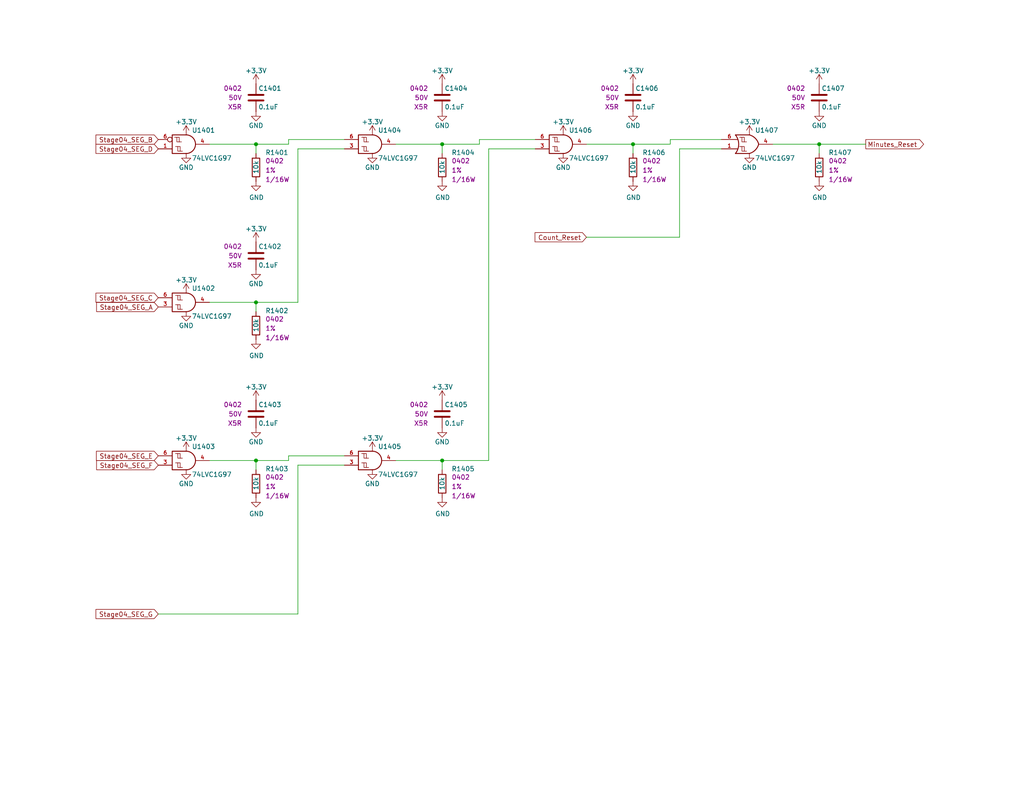
<source format=kicad_sch>
(kicad_sch (version 20231120) (generator "eeschema") (generator_version "8.0")
  (paper "A")
  (title_block (title "Stopwatch") (date "2024-04-28") (rev "B") (company "Drew Maatman"))
  (lib_symbols
    (symbol "Custom Library:74LVC1G97_Power_AND" (pin_names (offset 1.016) hide)
      (property "Reference" "U" (at 1.524 3.81 0))
      (property "Value" "74LVC1G97_Power_AND" (at 1.524 -3.81 0))
      (symbol "74LVC1G97_Power_AND_1_1"
        (arc (start 0 -2.54) (mid 2.529 0) (end 0 2.54) (stroke (width 0.254)))
        (polyline (pts (xy -2.286 -0.635) (xy -1.651 -0.635) (xy -1.651 -1.905)))
        (polyline (pts (xy -2.286 1.905) (xy -1.651 1.905) (xy -1.651 0.635)))
        (polyline (pts (xy -2.921 -0.635) (xy -2.286 -0.635) (xy -2.286 -1.905) (xy -1.016 -1.905)))
        (polyline (pts (xy -2.921 1.905) (xy -2.286 1.905) (xy -2.286 0.635) (xy -1.016 0.635)))
        (polyline (pts (xy 0 -2.54) (xy -3.81 -2.54) (xy -3.81 2.54) (xy 0 2.54)) (stroke (width 0.254)))
        (pin power_in line (at 0 -2.54 270) (length 0) (name "GND") (number "1"))
        (pin power_in line (at 0 -2.54 270) (length 0) (name "GND") (number "2"))
        (pin input line (at -7.62 -1.27 0) (length 3.81) (name "~") (number "3"))
        (pin output line (at 6.35 0 180) (length 3.81) (name "~") (number "4"))
        (pin power_in line (at 0 2.54 90) (length 0) (name "VCC") (number "5"))
        (pin input line (at -7.62 1.27 0) (length 3.81) (name "~") (number "6"))
      )
    )
    (symbol "Custom Library:74LVC1G97_Power_AND_INV" (pin_names (offset 1.016) hide)
      (property "Reference" "U" (at 1.524 3.81 0))
      (property "Value" "74LVC1G97_Power_AND_INV" (at 1.524 -3.81 0))
      (symbol "74LVC1G97_Power_AND_INV_1_1"
        (arc (start 0 -2.54) (mid 2.529 0) (end 0 2.54) (stroke (width 0.254)))
        (polyline (pts (xy -2.54 1.905) (xy -1.905 1.905) (xy -1.905 0.635)))
        (polyline (pts (xy -2.286 -0.635) (xy -1.651 -0.635) (xy -1.651 -1.905)))
        (polyline (pts (xy -3.175 1.905) (xy -2.54 1.905) (xy -2.54 0.635) (xy -1.27 0.635)))
        (polyline (pts (xy -2.921 -0.635) (xy -2.286 -0.635) (xy -2.286 -1.905) (xy -1.016 -1.905)))
        (polyline (pts (xy 0 -2.54) (xy -3.81 -2.54) (xy -3.81 2.54) (xy 0 2.54)) (stroke (width 0.254)))
        (pin input line (at -7.62 -1.27 0) (length 3.81) (name "~") (number "1"))
        (pin power_in line (at 0 -2.54 270) (length 0) (name "GND") (number "2"))
        (pin power_in line (at 0 -2.54 270) (length 0) (name "GND") (number "3"))
        (pin output line (at 6.35 0 180) (length 3.81) (name "~") (number "4"))
        (pin power_in line (at 0 2.54 90) (length 0) (name "VCC") (number "5"))
        (pin input inverted (at -7.62 1.27 0) (length 3.81) (name "~") (number "6"))
      )
    )
    (symbol "Custom Library:74LVC1G97_Power_OR" (pin_names (offset 1.016) hide)
      (property "Reference" "U" (at 1.524 3.81 0))
      (property "Value" "74LVC1G97_Power_OR" (at 1.524 -3.81 0))
      (symbol "74LVC1G97_Power_OR_1_1"
        (arc (start -3.81 -2.54) (mid -2.919 0) (end -3.81 2.54) (stroke (width 0.254)))
        (arc (start 0 -2.54) (mid 1.5993 -1.6027) (end 2.54 0) (stroke (width 0.254)))
        (polyline (pts (xy 0 -2.54) (xy -3.81 -2.54)) (stroke (width 0.254)) (fill (type background)))
        (polyline (pts (xy 0 2.54) (xy -3.81 2.54)) (stroke (width 0.254)) (fill (type background)))
        (polyline (pts (xy -2.032 -0.635) (xy -1.397 -0.635) (xy -1.397 -1.905)))
        (polyline (pts (xy -2.032 1.905) (xy -1.397 1.905) (xy -1.397 0.635)))
        (polyline (pts (xy -2.667 -0.635) (xy -2.032 -0.635) (xy -2.032 -1.905) (xy -0.762 -1.905)))
        (polyline (pts (xy -2.667 1.905) (xy -2.032 1.905) (xy -2.032 0.635) (xy -0.762 0.635)))
        (arc (start 2.54 0) (mid 1.6119 1.6152) (end 0 2.54) (stroke (width 0.254)))
        (pin input line (at -7.62 -1.27 0) (length 4.318) (name "~") (number "1"))
        (pin power_in line (at 0 -2.54 270) (length 0) (name "GND") (number "2"))
        (pin power_in line (at 0 2.54 90) (length 0) (name "VCC") (number "3"))
        (pin output line (at 6.35 0 180) (length 3.81) (name "~") (number "4"))
        (pin power_in line (at 0 2.54 90) (length 0) (name "VCC") (number "5"))
        (pin input line (at -7.62 1.27 0) (length 4.318) (name "~") (number "6"))
      )
    )
    (symbol "Custom_Library:C_Custom" (pin_numbers hide) (pin_names (offset 0.254))
      (property "Reference" "C" (at 0.635 2.54 0))
      (property "Value" "C_Custom" (at 0.635 -2.54 0))
      (property "display_footprint" "Foot" (at -3.81 2.54 0))
      (property "Voltage" "V" (at -3.81 0 0))
      (property "Dielectric" "Er" (at -3.81 -2.54 0))
      (symbol "C_Custom_0_1"
        (polyline (pts (xy -2.032 -0.762) (xy 2.032 -0.762)) (stroke (width 0.508)))
        (polyline (pts (xy -2.032 0.762) (xy 2.032 0.762)) (stroke (width 0.508)))
      )
      (symbol "C_Custom_1_1"
        (pin passive line (at 0 3.81 270) (length 2.794) (name "~") (number "1"))
        (pin passive line (at 0 -3.81 90) (length 2.794) (name "~") (number "2"))
      )
    )
    (symbol "Custom_Library:R_Custom" (pin_numbers hide) (pin_names (offset 1.016) hide)
      (property "Reference" "R" (at -2.54 0 90))
      (property "Value" "R_Custom" (at 0 0 90))
      (property "display_footprint" "Foot" (at 2.54 0 90))
      (property "Tolerance" "Tol" (at 5.08 0 90))
      (property "Wattage" "W" (at 7.62 0 90))
      (symbol "R_Custom_0_1"
        (rectangle (start 1.016 2.54) (end -1.016 -2.54) (stroke (width 0.254)))
      )
      (symbol "R_Custom_1_1"
        (pin passive line (at 0 3.81 270) (length 1.27) (name "1") (number "1"))
        (pin passive line (at 0 -3.81 90) (length 1.27) (name "2") (number "2"))
      )
    )
    (symbol "power:+3.3V" (power) (pin_names (offset 0))
      (property "Value" "+3.3V" (at 0 3.556 0))
      (symbol "+3.3V_0_1"
        (polyline (pts (xy -0.762 1.27) (xy 0 2.54)))
        (polyline (pts (xy 0 0) (xy 0 2.54)))
        (polyline (pts (xy 0 2.54) (xy 0.762 1.27)))
      )
      (symbol "+3.3V_1_1"
        (pin power_in line (at 0 0 90) (length 0) hide (name "+3.3V") (number "1"))
      )
    )
    (symbol "power:GND" (power) (pin_names (offset 0))
      (property "Value" "GND" (at 0 -3.81 0))
      (symbol "GND_0_1"
        (polyline (pts (xy 0 0) (xy 0 -1.27) (xy 1.27 -1.27) (xy 0 -2.54) (xy -1.27 -1.27) (xy 0 -1.27)))
      )
      (symbol "GND_1_1"
        (pin power_in line (at 0 0 270) (length 0) hide (name "GND") (number "1"))
      )
    )
  )
  (junction (at 69.85 39.37))
  (junction (at 120.65 39.37))
  (junction (at 69.85 125.73))
  (junction (at 223.52 39.37))
  (junction (at 120.65 125.73))
  (junction (at 69.85 82.55))
  (junction (at 172.72 39.37))
  (wire (pts (xy 160.02 64.77) (xy 185.42 64.77)))
  (wire (pts (xy 182.88 38.1) (xy 182.88 39.37)))
  (wire (pts (xy 182.88 39.37) (xy 172.72 39.37)))
  (wire (pts (xy 133.35 40.64) (xy 133.35 125.73)))
  (wire (pts (xy 78.74 125.73) (xy 69.85 125.73)))
  (wire (pts (xy 57.15 39.37) (xy 69.85 39.37)))
  (wire (pts (xy 120.65 39.37) (xy 120.65 41.91)))
  (wire (pts (xy 133.35 125.73) (xy 120.65 125.73)))
  (wire (pts (xy 130.81 39.37) (xy 130.81 38.1)))
  (wire (pts (xy 223.52 39.37) (xy 223.52 41.91)))
  (wire (pts (xy 120.65 125.73) (xy 120.65 128.27)))
  (wire (pts (xy 57.15 125.73) (xy 69.85 125.73)))
  (wire (pts (xy 160.02 39.37) (xy 172.72 39.37)))
  (wire (pts (xy 81.28 40.64) (xy 81.28 82.55)))
  (wire (pts (xy 93.98 124.46) (xy 78.74 124.46)))
  (wire (pts (xy 43.18 167.64) (xy 81.28 167.64)))
  (wire (pts (xy 107.95 125.73) (xy 120.65 125.73)))
  (wire (pts (xy 185.42 40.64) (xy 196.85 40.64)))
  (wire (pts (xy 93.98 40.64) (xy 81.28 40.64)))
  (wire (pts (xy 78.74 39.37) (xy 78.74 38.1)))
  (wire (pts (xy 78.74 124.46) (xy 78.74 125.73)))
  (wire (pts (xy 69.85 39.37) (xy 69.85 41.91)))
  (wire (pts (xy 182.88 38.1) (xy 196.85 38.1)))
  (wire (pts (xy 210.82 39.37) (xy 223.52 39.37)))
  (wire (pts (xy 223.52 39.37) (xy 236.22 39.37)))
  (wire (pts (xy 57.15 82.55) (xy 69.85 82.55)))
  (wire (pts (xy 69.85 82.55) (xy 69.85 85.09)))
  (wire (pts (xy 146.05 40.64) (xy 133.35 40.64)))
  (wire (pts (xy 185.42 64.77) (xy 185.42 40.64)))
  (wire (pts (xy 69.85 39.37) (xy 78.74 39.37)))
  (wire (pts (xy 172.72 39.37) (xy 172.72 41.91)))
  (wire (pts (xy 130.81 38.1) (xy 146.05 38.1)))
  (wire (pts (xy 69.85 125.73) (xy 69.85 128.27)))
  (wire (pts (xy 120.65 39.37) (xy 130.81 39.37)))
  (wire (pts (xy 81.28 167.64) (xy 81.28 127)))
  (wire (pts (xy 81.28 82.55) (xy 69.85 82.55)))
  (wire (pts (xy 78.74 38.1) (xy 93.98 38.1)))
  (wire (pts (xy 107.95 39.37) (xy 120.65 39.37)))
  (wire (pts (xy 81.28 127) (xy 93.98 127)))
  (global_label "Minutes_Reset" (shape output) (at 236.22 39.37 0) (property "Intersheetrefs" "${INTERSHEET_REFS}" (effects (hide yes))))
  (global_label "Count_Reset" (shape input) (at 160.02 64.77 180) (property "Intersheetrefs" "${INTERSHEET_REFS}" (effects (hide yes))))
  (global_label "Stage04_SEG_B" (shape input) (at 43.18 38.1 180) (property "Intersheetrefs" "${INTERSHEET_REFS}" (effects (hide yes))))
  (global_label "Stage04_SEG_E" (shape input) (at 43.18 124.46 180) (property "Intersheetrefs" "${INTERSHEET_REFS}" (effects (hide yes))))
  (global_label "Stage04_SEG_C" (shape input) (at 43.18 81.28 180) (property "Intersheetrefs" "${INTERSHEET_REFS}" (effects (hide yes))))
  (global_label "Stage04_SEG_A" (shape input) (at 43.18 83.82 180) (property "Intersheetrefs" "${INTERSHEET_REFS}" (effects (hide yes))))
  (global_label "Stage04_SEG_F" (shape input) (at 43.18 127 180) (property "Intersheetrefs" "${INTERSHEET_REFS}" (effects (hide yes))))
  (global_label "Stage04_SEG_D" (shape input) (at 43.18 40.64 180) (property "Intersheetrefs" "${INTERSHEET_REFS}" (effects (hide yes))))
  (global_label "Stage04_SEG_G" (shape input) (at 43.18 167.64 180) (property "Intersheetrefs" "${INTERSHEET_REFS}" (effects (hide yes))))
  (symbol (lib_id "power:GND") (at 69.85 135.89 0) (unit 1)
    (property "Reference" "#PWR01415" (effects (hide yes)))
    (property "Value" "GND" (at 69.977 140.2842 0))
  )
  (symbol (lib_id "Custom_Library:R_Custom") (at 69.85 88.9 0) (unit 1)
    (property "Reference" "R1402" (at 72.39 84.836 0) (effects (justify left)))
    (property "Value" "10k" (at 69.85 90.678 90) (effects (justify left)))
    (property "Footprint" "Resistors_SMD:R_0402" (effects (hide yes)))
    (property "display_footprint" "0402" (at 72.39 87.122 0) (effects (justify left)))
    (property "Tolerance" "1%" (at 72.39 89.662 0) (effects (justify left)))
    (property "Wattage" "1/16W" (at 72.39 92.202 0) (effects (justify left)))
    (property "Digi-Key PN" "RMCF0402FT10K0CT-ND" (effects (hide yes)))
  )
  (symbol (lib_id "Custom Library:74LVC1G97_Power_OR") (at 204.47 39.37 0) (unit 1)
    (property "Reference" "U1407" (at 205.994 35.56 0) (effects (justify left)))
    (property "Value" "74LVC1G97" (at 205.994 43.18 0) (effects (justify left)))
    (property "Footprint" "Package_TO_SOT_SMD:SOT-363_SC-70-6" (effects (hide yes)))
    (property "Datasheet" "http://www.ti.com/lit/ds/symlink/sn74lvc1g97.pdf" (effects (hide yes)))
    (property "Digi-Key PN" "296-15582-1-ND" (effects (hide yes)))
  )
  (symbol (lib_id "Custom_Library:R_Custom") (at 223.52 45.72 0) (unit 1)
    (property "Reference" "R1407" (at 226.06 41.656 0) (effects (justify left)))
    (property "Value" "10k" (at 223.52 47.498 90) (effects (justify left)))
    (property "Footprint" "Resistors_SMD:R_0402" (effects (hide yes)))
    (property "display_footprint" "0402" (at 226.06 43.942 0) (effects (justify left)))
    (property "Tolerance" "1%" (at 226.06 46.482 0) (effects (justify left)))
    (property "Wattage" "1/16W" (at 226.06 49.022 0) (effects (justify left)))
    (property "Digi-Key PN" "RMCF0402FT10K0CT-ND" (effects (hide yes)))
  )
  (symbol (lib_id "Custom_Library:C_Custom") (at 69.85 69.85 0) (unit 1)
    (property "Reference" "C1402" (at 70.485 67.31 0) (effects (justify left)))
    (property "Value" "0.1uF" (at 70.485 72.39 0) (effects (justify left)))
    (property "Footprint" "Capacitors_SMD:C_0402" (effects (hide yes)))
    (property "display_footprint" "0402" (at 66.04 67.31 0) (effects (justify right)))
    (property "Voltage" "50V" (at 66.04 69.85 0) (effects (justify right)))
    (property "Dielectric" "X5R" (at 66.04 72.39 0) (effects (justify right)))
    (property "Digi-Key PN" "490-10697-1-ND" (effects (hide yes)))
  )
  (symbol (lib_id "power:GND") (at 172.72 49.53 0) (unit 1)
    (property "Reference" "#PWR01430" (effects (hide yes)))
    (property "Value" "GND" (at 172.847 53.9242 0))
  )
  (symbol (lib_id "power:+3.3V") (at 50.8 80.01 0) (unit 1)
    (property "Reference" "#PWR01403" (effects (hide yes)))
    (property "Value" "+3.3V" (at 50.8 76.454 0))
  )
  (symbol (lib_id "power:GND") (at 120.65 49.53 0) (unit 1)
    (property "Reference" "#PWR01422" (effects (hide yes)))
    (property "Value" "GND" (at 120.777 53.9242 0))
  )
  (symbol (lib_id "power:+3.3V") (at 120.65 109.22 0) (unit 1)
    (property "Reference" "#PWR01423" (effects (hide yes)))
    (property "Value" "+3.3V" (at 120.65 105.664 0))
  )
  (symbol (lib_id "power:+3.3V") (at 50.8 36.83 0) (unit 1)
    (property "Reference" "#PWR01401" (effects (hide yes)))
    (property "Value" "+3.3V" (at 50.8 33.274 0))
  )
  (symbol (lib_id "power:GND") (at 50.8 128.27 0) (unit 1)
    (property "Reference" "#PWR01406" (effects (hide yes)))
    (property "Value" "GND" (at 50.8 132.08 0))
  )
  (symbol (lib_id "Custom Library:74LVC1G97_Power_AND") (at 50.8 82.55 0) (unit 1)
    (property "Reference" "U1402" (at 52.324 78.74 0) (effects (justify left)))
    (property "Value" "74LVC1G97" (at 52.324 86.36 0) (effects (justify left)))
    (property "Footprint" "Package_TO_SOT_SMD:SOT-363_SC-70-6" (effects (hide yes)))
    (property "Datasheet" "http://www.ti.com/lit/ds/symlink/sn74lvc1g97.pdf" (effects (hide yes)))
    (property "Digi-Key PN" "296-15582-1-ND" (effects (hide yes)))
  )
  (symbol (lib_id "power:GND") (at 204.47 41.91 0) (unit 1)
    (property "Reference" "#PWR01432" (effects (hide yes)))
    (property "Value" "GND" (at 204.47 45.72 0))
  )
  (symbol (lib_id "power:+3.3V") (at 223.52 22.86 0) (unit 1)
    (property "Reference" "#PWR01433" (effects (hide yes)))
    (property "Value" "+3.3V" (at 223.52 19.304 0))
  )
  (symbol (lib_id "Custom_Library:C_Custom") (at 172.72 26.67 0) (unit 1)
    (property "Reference" "C1406" (at 173.355 24.13 0) (effects (justify left)))
    (property "Value" "0.1uF" (at 173.355 29.21 0) (effects (justify left)))
    (property "Footprint" "Capacitors_SMD:C_0402" (effects (hide yes)))
    (property "display_footprint" "0402" (at 168.91 24.13 0) (effects (justify right)))
    (property "Voltage" "50V" (at 168.91 26.67 0) (effects (justify right)))
    (property "Dielectric" "X5R" (at 168.91 29.21 0) (effects (justify right)))
    (property "Digi-Key PN" "490-10697-1-ND" (effects (hide yes)))
  )
  (symbol (lib_id "Custom Library:74LVC1G97_Power_AND") (at 101.6 125.73 0) (unit 1)
    (property "Reference" "U1405" (at 103.124 121.92 0) (effects (justify left)))
    (property "Value" "74LVC1G97" (at 103.124 129.54 0) (effects (justify left)))
    (property "Footprint" "Package_TO_SOT_SMD:SOT-363_SC-70-6" (effects (hide yes)))
    (property "Datasheet" "http://www.ti.com/lit/ds/symlink/sn74lvc1g97.pdf" (effects (hide yes)))
    (property "Digi-Key PN" "296-15582-1-ND" (effects (hide yes)))
  )
  (symbol (lib_id "Custom_Library:R_Custom") (at 69.85 45.72 0) (unit 1)
    (property "Reference" "R1401" (at 72.39 41.656 0) (effects (justify left)))
    (property "Value" "10k" (at 69.85 47.498 90) (effects (justify left)))
    (property "Footprint" "Resistors_SMD:R_0402" (effects (hide yes)))
    (property "display_footprint" "0402" (at 72.39 43.942 0) (effects (justify left)))
    (property "Tolerance" "1%" (at 72.39 46.482 0) (effects (justify left)))
    (property "Wattage" "1/16W" (at 72.39 49.022 0) (effects (justify left)))
    (property "Digi-Key PN" "RMCF0402FT10K0CT-ND" (effects (hide yes)))
  )
  (symbol (lib_id "Custom Library:74LVC1G97_Power_AND_INV") (at 50.8 39.37 0) (unit 1)
    (property "Reference" "U1401" (at 52.324 35.56 0) (effects (justify left)))
    (property "Value" "74LVC1G97" (at 52.324 43.18 0) (effects (justify left)))
    (property "Footprint" "Package_TO_SOT_SMD:SOT-363_SC-70-6" (effects (hide yes)))
    (property "Datasheet" "http://www.ti.com/lit/ds/symlink/sn74lvc1g97.pdf" (effects (hide yes)))
    (property "Digi-Key PN" "296-15582-1-ND" (effects (hide yes)))
  )
  (symbol (lib_id "power:GND") (at 120.65 135.89 0) (unit 1)
    (property "Reference" "#PWR01425" (effects (hide yes)))
    (property "Value" "GND" (at 120.777 140.2842 0))
  )
  (symbol (lib_id "power:GND") (at 223.52 49.53 0) (unit 1)
    (property "Reference" "#PWR01435" (effects (hide yes)))
    (property "Value" "GND" (at 223.647 53.9242 0))
  )
  (symbol (lib_id "Custom_Library:C_Custom") (at 223.52 26.67 0) (unit 1)
    (property "Reference" "C1407" (at 224.155 24.13 0) (effects (justify left)))
    (property "Value" "0.1uF" (at 224.155 29.21 0) (effects (justify left)))
    (property "Footprint" "Capacitors_SMD:C_0402" (effects (hide yes)))
    (property "display_footprint" "0402" (at 219.71 24.13 0) (effects (justify right)))
    (property "Voltage" "50V" (at 219.71 26.67 0) (effects (justify right)))
    (property "Dielectric" "X5R" (at 219.71 29.21 0) (effects (justify right)))
    (property "Digi-Key PN" "490-10697-1-ND" (effects (hide yes)))
  )
  (symbol (lib_id "Custom_Library:R_Custom") (at 120.65 132.08 0) (unit 1)
    (property "Reference" "R1405" (at 123.19 128.016 0) (effects (justify left)))
    (property "Value" "10k" (at 120.65 133.858 90) (effects (justify left)))
    (property "Footprint" "Resistors_SMD:R_0402" (effects (hide yes)))
    (property "display_footprint" "0402" (at 123.19 130.302 0) (effects (justify left)))
    (property "Tolerance" "1%" (at 123.19 132.842 0) (effects (justify left)))
    (property "Wattage" "1/16W" (at 123.19 135.382 0) (effects (justify left)))
    (property "Digi-Key PN" "RMCF0402FT10K0CT-ND" (effects (hide yes)))
  )
  (symbol (lib_id "power:+3.3V") (at 69.85 66.04 0) (unit 1)
    (property "Reference" "#PWR01410" (effects (hide yes)))
    (property "Value" "+3.3V" (at 69.85 62.484 0))
  )
  (symbol (lib_id "power:GND") (at 120.65 30.48 0) (unit 1)
    (property "Reference" "#PWR01421" (effects (hide yes)))
    (property "Value" "GND" (at 120.65 34.29 0))
  )
  (symbol (lib_id "power:GND") (at 50.8 41.91 0) (unit 1)
    (property "Reference" "#PWR01402" (effects (hide yes)))
    (property "Value" "GND" (at 50.8 45.72 0))
  )
  (symbol (lib_id "power:GND") (at 101.6 128.27 0) (unit 1)
    (property "Reference" "#PWR01419" (effects (hide yes)))
    (property "Value" "GND" (at 101.6 132.08 0))
  )
  (symbol (lib_id "power:GND") (at 69.85 30.48 0) (unit 1)
    (property "Reference" "#PWR01408" (effects (hide yes)))
    (property "Value" "GND" (at 69.85 34.29 0))
  )
  (symbol (lib_id "power:GND") (at 223.52 30.48 0) (unit 1)
    (property "Reference" "#PWR01434" (effects (hide yes)))
    (property "Value" "GND" (at 223.52 34.29 0))
  )
  (symbol (lib_id "power:+3.3V") (at 120.65 22.86 0) (unit 1)
    (property "Reference" "#PWR01420" (effects (hide yes)))
    (property "Value" "+3.3V" (at 120.65 19.304 0))
  )
  (symbol (lib_id "power:+3.3V") (at 69.85 22.86 0) (unit 1)
    (property "Reference" "#PWR01407" (effects (hide yes)))
    (property "Value" "+3.3V" (at 69.85 19.304 0))
  )
  (symbol (lib_id "power:GND") (at 69.85 92.71 0) (unit 1)
    (property "Reference" "#PWR01412" (effects (hide yes)))
    (property "Value" "GND" (at 69.977 97.1042 0))
  )
  (symbol (lib_id "power:+3.3V") (at 153.67 36.83 0) (unit 1)
    (property "Reference" "#PWR01426" (effects (hide yes)))
    (property "Value" "+3.3V" (at 153.67 33.274 0))
  )
  (symbol (lib_id "Custom_Library:C_Custom") (at 120.65 113.03 0) (unit 1)
    (property "Reference" "C1405" (at 121.285 110.49 0) (effects (justify left)))
    (property "Value" "0.1uF" (at 121.285 115.57 0) (effects (justify left)))
    (property "Footprint" "Capacitors_SMD:C_0402" (effects (hide yes)))
    (property "display_footprint" "0402" (at 116.84 110.49 0) (effects (justify right)))
    (property "Voltage" "50V" (at 116.84 113.03 0) (effects (justify right)))
    (property "Dielectric" "X5R" (at 116.84 115.57 0) (effects (justify right)))
    (property "Digi-Key PN" "490-10697-1-ND" (effects (hide yes)))
  )
  (symbol (lib_id "Custom_Library:C_Custom") (at 69.85 113.03 0) (unit 1)
    (property "Reference" "C1403" (at 70.485 110.49 0) (effects (justify left)))
    (property "Value" "0.1uF" (at 70.485 115.57 0) (effects (justify left)))
    (property "Footprint" "Capacitors_SMD:C_0402" (effects (hide yes)))
    (property "display_footprint" "0402" (at 66.04 110.49 0) (effects (justify right)))
    (property "Voltage" "50V" (at 66.04 113.03 0) (effects (justify right)))
    (property "Dielectric" "X5R" (at 66.04 115.57 0) (effects (justify right)))
    (property "Digi-Key PN" "490-10697-1-ND" (effects (hide yes)))
  )
  (symbol (lib_id "power:GND") (at 153.67 41.91 0) (unit 1)
    (property "Reference" "#PWR01427" (effects (hide yes)))
    (property "Value" "GND" (at 153.67 45.72 0))
  )
  (symbol (lib_id "power:GND") (at 101.6 41.91 0) (unit 1)
    (property "Reference" "#PWR01417" (effects (hide yes)))
    (property "Value" "GND" (at 101.6 45.72 0))
  )
  (symbol (lib_id "Custom Library:74LVC1G97_Power_AND") (at 101.6 39.37 0) (unit 1)
    (property "Reference" "U1404" (at 103.124 35.56 0) (effects (justify left)))
    (property "Value" "74LVC1G97" (at 103.124 43.18 0) (effects (justify left)))
    (property "Footprint" "Package_TO_SOT_SMD:SOT-363_SC-70-6" (effects (hide yes)))
    (property "Datasheet" "http://www.ti.com/lit/ds/symlink/sn74lvc1g97.pdf" (effects (hide yes)))
    (property "Digi-Key PN" "296-15582-1-ND" (effects (hide yes)))
  )
  (symbol (lib_id "power:GND") (at 120.65 116.84 0) (unit 1)
    (property "Reference" "#PWR01424" (effects (hide yes)))
    (property "Value" "GND" (at 120.65 120.65 0))
  )
  (symbol (lib_id "power:+3.3V") (at 204.47 36.83 0) (unit 1)
    (property "Reference" "#PWR01431" (effects (hide yes)))
    (property "Value" "+3.3V" (at 204.47 33.274 0))
  )
  (symbol (lib_id "Custom Library:74LVC1G97_Power_AND") (at 50.8 125.73 0) (unit 1)
    (property "Reference" "U1403" (at 52.324 121.92 0) (effects (justify left)))
    (property "Value" "74LVC1G97" (at 52.324 129.54 0) (effects (justify left)))
    (property "Footprint" "Package_TO_SOT_SMD:SOT-363_SC-70-6" (effects (hide yes)))
    (property "Datasheet" "http://www.ti.com/lit/ds/symlink/sn74lvc1g97.pdf" (effects (hide yes)))
    (property "Digi-Key PN" "296-15582-1-ND" (effects (hide yes)))
  )
  (symbol (lib_id "Custom_Library:C_Custom") (at 69.85 26.67 0) (unit 1)
    (property "Reference" "C1401" (at 70.485 24.13 0) (effects (justify left)))
    (property "Value" "0.1uF" (at 70.485 29.21 0) (effects (justify left)))
    (property "Footprint" "Capacitors_SMD:C_0402" (effects (hide yes)))
    (property "display_footprint" "0402" (at 66.04 24.13 0) (effects (justify right)))
    (property "Voltage" "50V" (at 66.04 26.67 0) (effects (justify right)))
    (property "Dielectric" "X5R" (at 66.04 29.21 0) (effects (justify right)))
    (property "Digi-Key PN" "490-10697-1-ND" (effects (hide yes)))
  )
  (symbol (lib_id "power:GND") (at 172.72 30.48 0) (unit 1)
    (property "Reference" "#PWR01429" (effects (hide yes)))
    (property "Value" "GND" (at 172.72 34.29 0))
  )
  (symbol (lib_id "power:+3.3V") (at 69.85 109.22 0) (unit 1)
    (property "Reference" "#PWR01413" (effects (hide yes)))
    (property "Value" "+3.3V" (at 69.85 105.664 0))
  )
  (symbol (lib_id "Custom Library:74LVC1G97_Power_AND") (at 153.67 39.37 0) (unit 1)
    (property "Reference" "U1406" (at 155.194 35.56 0) (effects (justify left)))
    (property "Value" "74LVC1G97" (at 155.194 43.18 0) (effects (justify left)))
    (property "Footprint" "Package_TO_SOT_SMD:SOT-363_SC-70-6" (effects (hide yes)))
    (property "Datasheet" "http://www.ti.com/lit/ds/symlink/sn74lvc1g97.pdf" (effects (hide yes)))
    (property "Digi-Key PN" "296-15582-1-ND" (effects (hide yes)))
  )
  (symbol (lib_id "Custom_Library:R_Custom") (at 172.72 45.72 0) (unit 1)
    (property "Reference" "R1406" (at 175.26 41.656 0) (effects (justify left)))
    (property "Value" "10k" (at 172.72 47.498 90) (effects (justify left)))
    (property "Footprint" "Resistors_SMD:R_0402" (effects (hide yes)))
    (property "display_footprint" "0402" (at 175.26 43.942 0) (effects (justify left)))
    (property "Tolerance" "1%" (at 175.26 46.482 0) (effects (justify left)))
    (property "Wattage" "1/16W" (at 175.26 49.022 0) (effects (justify left)))
    (property "Digi-Key PN" "RMCF0402FT10K0CT-ND" (effects (hide yes)))
  )
  (symbol (lib_id "power:GND") (at 50.8 85.09 0) (unit 1)
    (property "Reference" "#PWR01404" (effects (hide yes)))
    (property "Value" "GND" (at 50.8 88.9 0))
  )
  (symbol (lib_id "power:+3.3V") (at 101.6 36.83 0) (unit 1)
    (property "Reference" "#PWR01416" (effects (hide yes)))
    (property "Value" "+3.3V" (at 101.6 33.274 0))
  )
  (symbol (lib_id "Custom_Library:R_Custom") (at 120.65 45.72 0) (unit 1)
    (property "Reference" "R1404" (at 123.19 41.656 0) (effects (justify left)))
    (property "Value" "10k" (at 120.65 47.498 90) (effects (justify left)))
    (property "Footprint" "Resistors_SMD:R_0402" (effects (hide yes)))
    (property "display_footprint" "0402" (at 123.19 43.942 0) (effects (justify left)))
    (property "Tolerance" "1%" (at 123.19 46.482 0) (effects (justify left)))
    (property "Wattage" "1/16W" (at 123.19 49.022 0) (effects (justify left)))
    (property "Digi-Key PN" "RMCF0402FT10K0CT-ND" (effects (hide yes)))
  )
  (symbol (lib_id "power:+3.3V") (at 50.8 123.19 0) (unit 1)
    (property "Reference" "#PWR01405" (effects (hide yes)))
    (property "Value" "+3.3V" (at 50.8 119.634 0))
  )
  (symbol (lib_id "Custom_Library:R_Custom") (at 69.85 132.08 0) (unit 1)
    (property "Reference" "R1403" (at 72.39 128.016 0) (effects (justify left)))
    (property "Value" "10k" (at 69.85 133.858 90) (effects (justify left)))
    (property "Footprint" "Resistors_SMD:R_0402" (effects (hide yes)))
    (property "display_footprint" "0402" (at 72.39 130.302 0) (effects (justify left)))
    (property "Tolerance" "1%" (at 72.39 132.842 0) (effects (justify left)))
    (property "Wattage" "1/16W" (at 72.39 135.382 0) (effects (justify left)))
    (property "Digi-Key PN" "RMCF0402FT10K0CT-ND" (effects (hide yes)))
  )
  (symbol (lib_id "power:+3.3V") (at 101.6 123.19 0) (unit 1)
    (property "Reference" "#PWR01418" (effects (hide yes)))
    (property "Value" "+3.3V" (at 101.6 119.634 0))
  )
  (symbol (lib_id "power:GND") (at 69.85 116.84 0) (unit 1)
    (property "Reference" "#PWR01414" (effects (hide yes)))
    (property "Value" "GND" (at 69.85 120.65 0))
  )
  (symbol (lib_id "power:+3.3V") (at 172.72 22.86 0) (unit 1)
    (property "Reference" "#PWR01428" (effects (hide yes)))
    (property "Value" "+3.3V" (at 172.72 19.304 0))
  )
  (symbol (lib_id "power:GND") (at 69.85 73.66 0) (unit 1)
    (property "Reference" "#PWR01411" (effects (hide yes)))
    (property "Value" "GND" (at 69.85 77.47 0))
  )
  (symbol (lib_id "power:GND") (at 69.85 49.53 0) (unit 1)
    (property "Reference" "#PWR01409" (effects (hide yes)))
    (property "Value" "GND" (at 69.977 53.9242 0))
  )
  (symbol (lib_id "Custom_Library:C_Custom") (at 120.65 26.67 0) (unit 1)
    (property "Reference" "C1404" (at 121.285 24.13 0) (effects (justify left)))
    (property "Value" "0.1uF" (at 121.285 29.21 0) (effects (justify left)))
    (property "Footprint" "Capacitors_SMD:C_0402" (effects (hide yes)))
    (property "display_footprint" "0402" (at 116.84 24.13 0) (effects (justify right)))
    (property "Voltage" "50V" (at 116.84 26.67 0) (effects (justify right)))
    (property "Dielectric" "X5R" (at 116.84 29.21 0) (effects (justify right)))
    (property "Digi-Key PN" "490-10697-1-ND" (effects (hide yes)))
  )
)
</source>
